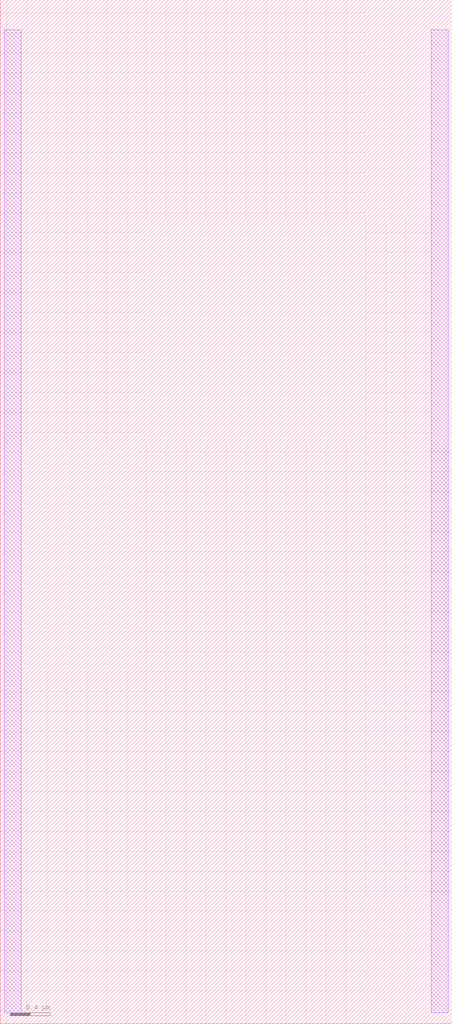
<source format=lef>
# Copyright 2020 The SkyWater PDK Authors
#
# Licensed under the Apache License, Version 2.0 (the "License");
# you may not use this file except in compliance with the License.
# You may obtain a copy of the License at
#
#     https://www.apache.org/licenses/LICENSE-2.0
#
# Unless required by applicable law or agreed to in writing, software
# distributed under the License is distributed on an "AS IS" BASIS,
# WITHOUT WARRANTIES OR CONDITIONS OF ANY KIND, either express or implied.
# See the License for the specific language governing permissions and
# limitations under the License.
#
# SPDX-License-Identifier: Apache-2.0

VERSION 5.7 ;
  NOWIREEXTENSIONATPIN ON ;
  DIVIDERCHAR "/" ;
  BUSBITCHARS "[]" ;
MACRO sky130_fd_pr__nfet_01v8__example1
  CLASS BLOCK ;
  FOREIGN sky130_fd_pr__nfet_01v8__example1 ;
  ORIGIN  0.265000  0.130000 ;
  SIZE  4.530000 BY  10.26000 ;
  OBS
    LAYER li1 ;
      RECT -0.225000 -0.020000 -0.055000 9.830000 ;
      RECT  4.055000 -0.020000  4.225000 9.830000 ;
  END
END sky130_fd_pr__nfet_01v8__example1
END LIBRARY

</source>
